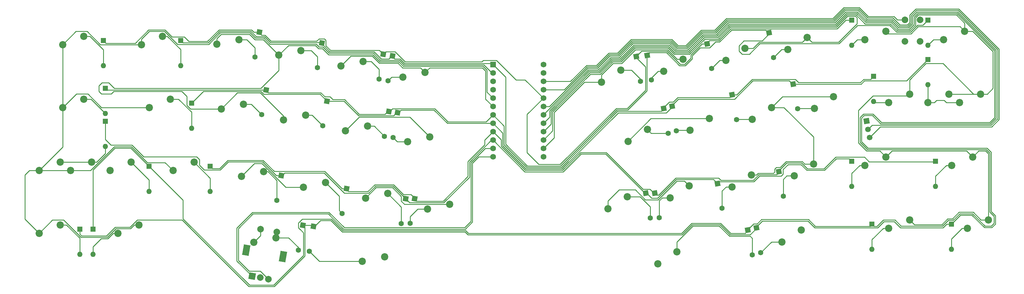
<source format=gbl>
G04 #@! TF.GenerationSoftware,KiCad,Pcbnew,(6.0.7)*
G04 #@! TF.CreationDate,2022-12-13T23:16:33-05:00*
G04 #@! TF.ProjectId,alish40,616c6973-6834-4302-9e6b-696361645f70,rev?*
G04 #@! TF.SameCoordinates,Original*
G04 #@! TF.FileFunction,Copper,L2,Bot*
G04 #@! TF.FilePolarity,Positive*
%FSLAX46Y46*%
G04 Gerber Fmt 4.6, Leading zero omitted, Abs format (unit mm)*
G04 Created by KiCad (PCBNEW (6.0.7)) date 2022-12-13 23:16:33*
%MOMM*%
%LPD*%
G01*
G04 APERTURE LIST*
G04 Aperture macros list*
%AMHorizOval*
0 Thick line with rounded ends*
0 $1 width*
0 $2 $3 position (X,Y) of the first rounded end (center of the circle)*
0 $4 $5 position (X,Y) of the second rounded end (center of the circle)*
0 Add line between two ends*
20,1,$1,$2,$3,$4,$5,0*
0 Add two circle primitives to create the rounded ends*
1,1,$1,$2,$3*
1,1,$1,$4,$5*%
%AMRotRect*
0 Rectangle, with rotation*
0 The origin of the aperture is its center*
0 $1 length*
0 $2 width*
0 $3 Rotation angle, in degrees counterclockwise*
0 Add horizontal line*
21,1,$1,$2,0,0,$3*%
G04 Aperture macros list end*
G04 #@! TA.AperFunction,ComponentPad*
%ADD10C,2.200000*%
G04 #@! TD*
G04 #@! TA.AperFunction,ComponentPad*
%ADD11R,1.752600X1.752600*%
G04 #@! TD*
G04 #@! TA.AperFunction,ComponentPad*
%ADD12C,1.752600*%
G04 #@! TD*
G04 #@! TA.AperFunction,WasherPad*
%ADD13RotRect,3.200000X2.000000X80.000000*%
G04 #@! TD*
G04 #@! TA.AperFunction,ComponentPad*
%ADD14RotRect,2.000000X2.000000X80.000000*%
G04 #@! TD*
G04 #@! TA.AperFunction,ComponentPad*
%ADD15C,2.000000*%
G04 #@! TD*
G04 #@! TA.AperFunction,ComponentPad*
%ADD16RotRect,1.600000X1.600000X260.000000*%
G04 #@! TD*
G04 #@! TA.AperFunction,ComponentPad*
%ADD17HorizOval,1.600000X0.000000X0.000000X0.000000X0.000000X0*%
G04 #@! TD*
G04 #@! TA.AperFunction,ComponentPad*
%ADD18R,1.600000X1.600000*%
G04 #@! TD*
G04 #@! TA.AperFunction,ComponentPad*
%ADD19O,1.600000X1.600000*%
G04 #@! TD*
G04 #@! TA.AperFunction,ComponentPad*
%ADD20RotRect,1.600000X1.600000X280.000000*%
G04 #@! TD*
G04 #@! TA.AperFunction,ComponentPad*
%ADD21HorizOval,1.600000X0.000000X0.000000X0.000000X0.000000X0*%
G04 #@! TD*
G04 #@! TA.AperFunction,ComponentPad*
%ADD22RotRect,1.700000X1.700000X190.000000*%
G04 #@! TD*
G04 #@! TA.AperFunction,ComponentPad*
%ADD23HorizOval,1.700000X0.000000X0.000000X0.000000X0.000000X0*%
G04 #@! TD*
G04 #@! TA.AperFunction,Conductor*
%ADD24C,0.250000*%
G04 #@! TD*
G04 APERTURE END LIST*
D10*
X308208825Y-122876886D03*
X302396362Y-126480964D03*
X289448236Y-126184884D03*
X283635773Y-129788962D03*
X80545231Y-141336596D03*
X74195231Y-143876596D03*
X113882731Y-103236597D03*
X107532731Y-105776597D03*
X192235694Y-114705828D03*
X185541098Y-116104574D03*
X104357731Y-141336595D03*
X98007731Y-143876595D03*
X251927062Y-132800881D03*
X246114599Y-136404959D03*
X135953930Y-104781836D03*
X129259334Y-106180582D03*
X330106250Y-120749998D03*
X323756250Y-123289998D03*
X142026392Y-125196453D03*
X135331796Y-126595199D03*
X154714521Y-108089834D03*
X148019925Y-109488580D03*
X361062501Y-139799999D03*
X354712501Y-142339999D03*
X153332371Y-88502249D03*
X146637775Y-89900995D03*
X111501000Y-84186597D03*
X105151000Y-86726597D03*
X257999358Y-112386292D03*
X252186895Y-115990370D03*
X306282976Y-84528711D03*
X300470513Y-88132789D03*
X337250000Y-101700000D03*
X330900000Y-104240000D03*
X337249999Y-139800000D03*
X330899999Y-142340000D03*
X250001212Y-94452705D03*
X244188749Y-98056783D03*
X198308159Y-135120446D03*
X191613563Y-136519192D03*
X276759945Y-109078295D03*
X270947482Y-112682373D03*
D11*
X211350000Y-92770687D03*
D12*
X211350000Y-95310687D03*
X211350000Y-97850687D03*
X211350000Y-100390687D03*
X211350000Y-102930687D03*
X211350000Y-105470687D03*
X211350000Y-108010687D03*
X211350000Y-110550687D03*
X211350000Y-113090687D03*
X211350000Y-115630687D03*
X211350000Y-118170687D03*
X211350000Y-120710687D03*
X226590000Y-120710687D03*
X226590000Y-118170687D03*
X226590000Y-115630687D03*
X226590000Y-113090687D03*
X226590000Y-110550687D03*
X226590000Y-108010687D03*
X226590000Y-105470687D03*
X226590000Y-102930687D03*
X226590000Y-100390687D03*
X226590000Y-97850687D03*
X226590000Y-95310687D03*
X226590000Y-92770687D03*
D10*
X90070230Y-122286596D03*
X83720230Y-124826596D03*
X190853545Y-95118243D03*
X184158949Y-96516989D03*
X160786987Y-128504451D03*
X154092391Y-129903197D03*
X314281120Y-102462298D03*
X308468657Y-106066376D03*
X270687649Y-129492882D03*
X264875186Y-133096960D03*
X172092957Y-91810242D03*
X165398361Y-93208988D03*
X295520535Y-105770297D03*
X289708072Y-109374375D03*
X134571780Y-85194249D03*
X127877184Y-86592995D03*
X173475103Y-111397831D03*
X166780507Y-112796577D03*
X268761802Y-91144706D03*
X262949339Y-94748784D03*
D13*
X136822118Y-148938909D03*
X147851964Y-150883769D03*
D14*
X138572660Y-156863277D03*
D15*
X143496699Y-157731518D03*
X141034680Y-157297397D03*
X146014598Y-143451805D03*
X141090559Y-142583564D03*
D10*
X287522390Y-87836709D03*
X281709927Y-91440787D03*
X87688981Y-84186597D03*
X81338981Y-86726597D03*
X304481601Y-142877973D03*
X298669138Y-146482051D03*
X178584649Y-150986538D03*
X171890053Y-152385284D03*
X80545231Y-122286596D03*
X74195231Y-124826596D03*
X266960426Y-149493968D03*
X261147963Y-153098046D03*
X101976481Y-122286597D03*
X95626481Y-124826597D03*
X353918751Y-82649999D03*
X347568751Y-85189999D03*
X145753622Y-145197539D03*
X139059026Y-146596285D03*
X349156250Y-101700000D03*
X342806250Y-104240000D03*
X330106252Y-82650002D03*
X323756252Y-85190002D03*
X358681249Y-101700001D03*
X352331249Y-104240001D03*
X179547571Y-131812449D03*
X172852975Y-133211195D03*
X87688981Y-103236597D03*
X81338981Y-105776597D03*
X356300000Y-120750001D03*
X349950000Y-123290001D03*
X121026481Y-122286599D03*
X114676481Y-124826599D03*
D16*
X153870000Y-141470000D03*
D17*
X152546801Y-148974235D03*
D18*
X94240000Y-99970000D03*
D19*
X94240000Y-107590000D03*
D20*
X254630000Y-90300000D03*
D21*
X255953199Y-97804235D03*
D18*
X94200000Y-109900000D03*
D19*
X94200000Y-117520000D03*
D20*
X276068401Y-86437883D03*
D21*
X277391600Y-93942118D03*
D18*
X125910000Y-123556599D03*
D19*
X125910000Y-131176599D03*
D18*
X326400000Y-96300000D03*
D19*
X326400000Y-103920000D03*
D16*
X178221600Y-89617883D03*
D17*
X176898401Y-97122118D03*
D18*
X345120000Y-122020001D03*
D19*
X345120000Y-129640001D03*
D16*
X142781600Y-100417883D03*
D17*
X141458401Y-107922118D03*
D16*
X179871600Y-106987883D03*
D17*
X178548401Y-114492118D03*
D18*
X93580000Y-85456597D03*
D19*
X93580000Y-93076597D03*
D20*
X297768401Y-125157883D03*
D21*
X299091600Y-132662118D03*
D16*
X182481600Y-107347883D03*
D17*
X181158401Y-114852118D03*
D18*
X325900000Y-141070000D03*
D19*
X325900000Y-148690000D03*
D15*
X340380000Y-85730000D03*
X340380000Y-79230000D03*
X335880000Y-85730000D03*
X335880000Y-79230000D03*
D20*
X288375000Y-142900000D03*
D21*
X289698199Y-150404235D03*
D18*
X342800000Y-79280000D03*
D19*
X342800000Y-86900000D03*
D18*
X120270000Y-104430000D03*
D19*
X120270000Y-112050000D03*
D20*
X279218401Y-128787883D03*
D21*
X280541600Y-136292118D03*
D18*
X342790000Y-91230000D03*
D19*
X342790000Y-98850000D03*
D18*
X107410000Y-123556597D03*
D19*
X107410000Y-131176597D03*
D20*
X290950000Y-142225000D03*
D21*
X292273199Y-149729235D03*
D20*
X283640000Y-101900000D03*
D21*
X284963199Y-109404235D03*
D18*
X319800000Y-79260000D03*
D19*
X319800000Y-86880000D03*
D18*
X319780000Y-122019998D03*
D19*
X319780000Y-129639998D03*
D16*
X180971600Y-90117883D03*
D17*
X179648401Y-97622118D03*
D16*
X157141600Y-141787883D03*
D17*
X155818401Y-149292118D03*
D18*
X116950000Y-85456597D03*
D19*
X116950000Y-93076597D03*
D18*
X349910000Y-141069999D03*
D19*
X349910000Y-148689999D03*
D22*
X324260000Y-109880000D03*
D23*
X324701066Y-112381412D03*
X325142133Y-114882823D03*
D20*
X260278401Y-131667883D03*
D21*
X261601600Y-139172118D03*
D20*
X294811448Y-83130483D03*
D21*
X296134647Y-90634718D03*
D16*
X159631600Y-86197883D03*
D17*
X158308401Y-93702118D03*
D20*
X257940000Y-89930000D03*
D21*
X259263199Y-97434235D03*
D16*
X184950000Y-133380000D03*
D17*
X183626801Y-140884235D03*
D16*
X161211600Y-103797883D03*
D17*
X159888401Y-111302118D03*
D20*
X262950000Y-106050000D03*
D21*
X264273199Y-113554235D03*
D18*
X90525000Y-142606595D03*
D19*
X90525000Y-150226595D03*
D16*
X167120000Y-130347883D03*
D17*
X165796801Y-137852118D03*
D18*
X86475000Y-142606596D03*
D19*
X86475000Y-150226596D03*
D16*
X187661600Y-133347883D03*
D17*
X186338401Y-140852118D03*
D20*
X257538401Y-131717883D03*
D21*
X258861600Y-139222118D03*
D20*
X302110000Y-98640000D03*
D21*
X303433199Y-106144235D03*
D20*
X265480000Y-105330000D03*
D21*
X266803199Y-112834235D03*
D16*
X147381600Y-126367883D03*
D17*
X146058401Y-133872118D03*
D16*
X140751600Y-82937883D03*
D17*
X139428401Y-90442118D03*
D24*
X324283803Y-118919520D02*
X328275772Y-118919520D01*
X321820960Y-116456677D02*
X324283803Y-118919520D01*
X328275772Y-118919520D02*
X330106250Y-120749998D01*
X321820960Y-106649040D02*
X321820960Y-116456677D01*
X326240000Y-102230000D02*
X321820960Y-106649040D01*
X336720000Y-102230000D02*
X326240000Y-102230000D01*
X337250000Y-101700000D02*
X336720000Y-102230000D01*
X289698199Y-145368199D02*
X289698199Y-150404235D01*
X289089520Y-144759520D02*
X289698199Y-145368199D01*
X288829520Y-144759520D02*
X289089520Y-144759520D01*
X288829040Y-144760000D02*
X288829520Y-144759520D01*
X279757208Y-141710000D02*
X282807208Y-144760000D01*
X282807208Y-144760000D02*
X288829040Y-144760000D01*
X271756396Y-141710000D02*
X279757208Y-141710000D01*
X266960426Y-146505970D02*
X271756396Y-141710000D01*
X266960426Y-149493968D02*
X266960426Y-146505970D01*
X290950000Y-142430000D02*
X290950000Y-142225000D01*
X282993604Y-144310000D02*
X289070000Y-144310000D01*
X279943604Y-141260000D02*
X282993604Y-144310000D01*
X271570000Y-141260000D02*
X279943604Y-141260000D01*
X289070000Y-144310000D02*
X290950000Y-142430000D01*
X203764282Y-144310000D02*
X268520000Y-144310000D01*
X202942970Y-143488688D02*
X203764282Y-144310000D01*
X268520000Y-144310000D02*
X271570000Y-141260000D01*
X165831534Y-143488688D02*
X202942970Y-143488688D01*
X162362366Y-140019520D02*
X165831534Y-143488688D01*
X159230480Y-140019520D02*
X162362366Y-140019520D01*
X157462117Y-141787883D02*
X159230480Y-140019520D01*
X157141600Y-141787883D02*
X157462117Y-141787883D01*
X117690000Y-133836597D02*
X107410000Y-123556597D01*
X137786198Y-159560480D02*
X117690000Y-139464282D01*
X145053802Y-159560480D02*
X137786198Y-159560480D01*
X154060480Y-150553802D02*
X145053802Y-159560480D01*
X154060480Y-143680480D02*
X154060480Y-150553802D01*
X153101285Y-142721285D02*
X154060480Y-143680480D01*
X153086651Y-142721285D02*
X153101285Y-142721285D01*
X152550000Y-142184634D02*
X153086651Y-142721285D01*
X152550000Y-140755366D02*
X152550000Y-142184634D01*
X153735366Y-139570000D02*
X152550000Y-140755366D01*
X162548563Y-139570000D02*
X153735366Y-139570000D01*
X166017732Y-143039168D02*
X162548563Y-139570000D01*
X117690000Y-139464282D02*
X117690000Y-133836597D01*
X203129168Y-143039168D02*
X166017732Y-143039168D01*
X268329520Y-143860480D02*
X203950480Y-143860480D01*
X271380000Y-140810000D02*
X268329520Y-143860480D01*
X203950480Y-143860480D02*
X203129168Y-143039168D01*
X280130000Y-140810000D02*
X271380000Y-140810000D01*
X283180480Y-143860480D02*
X280130000Y-140810000D01*
X287569520Y-143860480D02*
X283180480Y-143860480D01*
X288375000Y-143055000D02*
X287569520Y-143860480D01*
X288375000Y-142900000D02*
X288375000Y-143055000D01*
X71243404Y-124826596D02*
X74195231Y-124826596D01*
X69870000Y-126200000D02*
X71243404Y-124826596D01*
X74195231Y-143876596D02*
X69870000Y-139551365D01*
X69870000Y-139551365D02*
X69870000Y-126200000D01*
X93580000Y-88220000D02*
X93580000Y-93076597D01*
X89546597Y-84186597D02*
X93580000Y-88220000D01*
X87688981Y-84186597D02*
X89546597Y-84186597D01*
X111501000Y-84186597D02*
X112956597Y-84186597D01*
X116950000Y-88180000D02*
X116950000Y-93076597D01*
X112956597Y-84186597D02*
X116950000Y-88180000D01*
X276068401Y-86437883D02*
X274587835Y-86437883D01*
X269280000Y-92650000D02*
X267914282Y-92650000D01*
X112286198Y-82230480D02*
X107289520Y-82230480D01*
X160882885Y-85414534D02*
X160882885Y-87047167D01*
X279637161Y-85457120D02*
X283215083Y-81879198D01*
X158800000Y-84930000D02*
X160398351Y-84930000D01*
X221670000Y-107850687D02*
X221670000Y-119440000D01*
X254630000Y-90590000D02*
X254630000Y-90300000D01*
X271145000Y-89880718D02*
X271145000Y-90785000D01*
X207988080Y-91931920D02*
X184820271Y-91931920D01*
X128587125Y-82211440D02*
X125067605Y-85730960D01*
X140751600Y-82937883D02*
X139103601Y-82937883D01*
X256251285Y-88678715D02*
X254630000Y-90300000D01*
X221670000Y-119440000D02*
X225220000Y-122990000D01*
X160398351Y-84930000D02*
X160882885Y-85414534D01*
X94400480Y-86277077D02*
X93580000Y-85456597D01*
X144285374Y-85641440D02*
X158088560Y-85641440D01*
X138377159Y-82211440D02*
X128587125Y-82211440D01*
X218360935Y-97380000D02*
X212440935Y-91460000D01*
X162247638Y-88411920D02*
X177015637Y-88411920D01*
X257450480Y-93410480D02*
X254630000Y-90590000D01*
X276802880Y-85457120D02*
X279637161Y-85457120D01*
X276068401Y-86191599D02*
X276802880Y-85457120D01*
X318005718Y-79260000D02*
X319800000Y-79260000D01*
X103242923Y-86277077D02*
X94400480Y-86277077D01*
X142484414Y-83840480D02*
X144285374Y-85641440D01*
X107289520Y-82230480D02*
X103242923Y-86277077D01*
X226590000Y-102930687D02*
X221039313Y-97380000D01*
X276068401Y-86437883D02*
X276068401Y-86191599D01*
X315386520Y-81879198D02*
X318005718Y-79260000D01*
X158088560Y-85641440D02*
X158800000Y-84930000D01*
X181754949Y-88866598D02*
X178972885Y-88866598D01*
X140751600Y-82937883D02*
X140751600Y-83101600D01*
X271145000Y-90785000D02*
X269280000Y-92650000D01*
X283215083Y-81879198D02*
X315386520Y-81879198D01*
X251942842Y-106001440D02*
X257450480Y-100493802D01*
X178972885Y-88866598D02*
X178221600Y-89617883D01*
X263942997Y-88678715D02*
X256251285Y-88678715D01*
X274587835Y-86437883D02*
X271145000Y-89880718D01*
X208460000Y-91460000D02*
X207988080Y-91931920D01*
X160882885Y-87047167D02*
X162247638Y-88411920D01*
X118074511Y-84332086D02*
X114387804Y-84332086D01*
X248635714Y-106001440D02*
X251942842Y-106001440D01*
X140751600Y-83101600D02*
X141490480Y-83840480D01*
X119473385Y-85730960D02*
X118074511Y-84332086D01*
X139103601Y-82937883D02*
X138377159Y-82211440D01*
X257450480Y-100493802D02*
X257450480Y-93410480D01*
X226590000Y-102930687D02*
X221670000Y-107850687D01*
X141490480Y-83840480D02*
X142484414Y-83840480D01*
X212440935Y-91460000D02*
X208460000Y-91460000D01*
X231647153Y-122990000D02*
X248635714Y-106001440D01*
X184820271Y-91931920D02*
X181754949Y-88866598D01*
X225220000Y-122990000D02*
X231647153Y-122990000D01*
X267914282Y-92650000D02*
X263942997Y-88678715D01*
X221039313Y-97380000D02*
X218360935Y-97380000D01*
X114387804Y-84332086D02*
X112286198Y-82230480D01*
X125067605Y-85730960D02*
X119473385Y-85730960D01*
X177015637Y-88411920D02*
X178221600Y-89617883D01*
X116950000Y-85456597D02*
X117673883Y-86180480D01*
X285690000Y-88660000D02*
X285690000Y-87040000D01*
X273972268Y-87689168D02*
X271594520Y-90066916D01*
X181660480Y-91010480D02*
X183263114Y-91010480D01*
X257900000Y-89970000D02*
X257900000Y-100680000D01*
X258741765Y-89128235D02*
X257940000Y-89930000D01*
X271594520Y-90971197D02*
X269466198Y-93099520D01*
X292739040Y-85520960D02*
X294811448Y-83448552D01*
X294811448Y-83130483D02*
X294593047Y-83130483D01*
X263756799Y-89128235D02*
X258741765Y-89128235D01*
X128773323Y-82660960D02*
X138190961Y-82660960D01*
X287209040Y-85520960D02*
X292739040Y-85520960D01*
X337510987Y-82957600D02*
X333383007Y-82957600D01*
X183263114Y-91010480D02*
X184634074Y-92381440D01*
X159524677Y-86090960D02*
X159631600Y-86197883D01*
X159631600Y-86197883D02*
X159631600Y-86431600D01*
X321530000Y-80880000D02*
X315990000Y-86420000D01*
X292020000Y-86420000D02*
X288840000Y-89600000D01*
X278634278Y-85906640D02*
X276851750Y-87689168D01*
X221701705Y-123439520D02*
X215159040Y-116896855D01*
X288840000Y-89600000D02*
X286630000Y-89600000D01*
X279823358Y-85906640D02*
X278634278Y-85906640D01*
X215159040Y-96579727D02*
X211350000Y-92770687D01*
X117673883Y-86180480D02*
X125253802Y-86180480D01*
X257900000Y-100680000D02*
X252129040Y-106450960D01*
X184634074Y-92381440D02*
X210960753Y-92381440D01*
X331305407Y-80880000D02*
X321530000Y-80880000D01*
X342800000Y-79280000D02*
X341270000Y-80810000D01*
X294593047Y-83130483D02*
X293791282Y-82328718D01*
X294811448Y-83448552D02*
X294811448Y-83130483D01*
X293791282Y-82328718D02*
X283401280Y-82328718D01*
X231833351Y-123439520D02*
X221701705Y-123439520D01*
X248821911Y-106450960D02*
X231833351Y-123439520D01*
X271594520Y-90066916D02*
X271594520Y-90971197D01*
X125253802Y-86180480D02*
X128773323Y-82660960D01*
X333383007Y-82957600D02*
X331305407Y-80880000D01*
X175421440Y-88861440D02*
X177570480Y-91010480D01*
X144099176Y-86090960D02*
X159524677Y-86090960D01*
X210960753Y-92381440D02*
X211350000Y-92770687D01*
X162061440Y-88861440D02*
X175421440Y-88861440D01*
X257940000Y-89930000D02*
X257900000Y-89970000D01*
X180812117Y-90117883D02*
X180971600Y-90117883D01*
X285690000Y-87040000D02*
X287209040Y-85520960D01*
X286630000Y-89600000D02*
X285690000Y-88660000D01*
X159631600Y-86431600D02*
X162061440Y-88861440D01*
X180971600Y-90117883D02*
X180971600Y-90321600D01*
X276851750Y-87689168D02*
X273972268Y-87689168D01*
X267728084Y-93099520D02*
X263756799Y-89128235D01*
X180971600Y-90321600D02*
X181660480Y-91010480D01*
X179919520Y-91010480D02*
X180812117Y-90117883D01*
X142298216Y-84290000D02*
X144099176Y-86090960D01*
X283401280Y-82328718D02*
X279823358Y-85906640D01*
X177570480Y-91010480D02*
X179919520Y-91010480D01*
X215159040Y-116896855D02*
X215159040Y-96579727D01*
X315990000Y-86420000D02*
X292020000Y-86420000D01*
X139820001Y-84290000D02*
X142298216Y-84290000D01*
X269466198Y-93099520D02*
X267728084Y-93099520D01*
X138190961Y-82660960D02*
X139820001Y-84290000D01*
X341270000Y-80810000D02*
X339658587Y-80810000D01*
X252129040Y-106450960D02*
X248821911Y-106450960D01*
X339658587Y-80810000D02*
X337510987Y-82957600D01*
X283640000Y-102100000D02*
X282970000Y-102770000D01*
X143480480Y-101290480D02*
X142781600Y-100591600D01*
X302724634Y-97220000D02*
X289718238Y-97220000D01*
X170956198Y-107790480D02*
X166514081Y-103348363D01*
X221515507Y-123889040D02*
X214709520Y-117083053D01*
X162928363Y-103348363D02*
X162090000Y-102510000D01*
X326400000Y-96311686D02*
X325491686Y-97220000D01*
X142781600Y-100417883D02*
X94687883Y-100417883D01*
X181033402Y-106096598D02*
X193742316Y-106096598D01*
X162090000Y-102510000D02*
X160559435Y-102510000D01*
X282970000Y-102770000D02*
X267174282Y-102770000D01*
X323394282Y-97220000D02*
X322423802Y-98190480D01*
X94687883Y-100417883D02*
X94240000Y-99970000D01*
X179871600Y-106987883D02*
X180142117Y-106987883D01*
X193742316Y-106096598D02*
X197746885Y-110101167D01*
X214709520Y-117083053D02*
X214709520Y-111370207D01*
X325491686Y-97220000D02*
X323394282Y-97220000D01*
X249008109Y-106900480D02*
X232019548Y-123889040D01*
X262950000Y-106190000D02*
X262239520Y-106900480D01*
X142781600Y-100591600D02*
X142781600Y-100417883D01*
X214709520Y-111370207D02*
X211350000Y-108010687D01*
X326400000Y-96300000D02*
X326400000Y-96311686D01*
X262239520Y-106900480D02*
X249008109Y-106900480D01*
X303695114Y-98190480D02*
X302724634Y-97220000D01*
X262950000Y-106050000D02*
X262950000Y-106190000D01*
X322423802Y-98190480D02*
X303695114Y-98190480D01*
X289718238Y-97220000D02*
X285038238Y-101900000D01*
X197746885Y-110101167D02*
X209259520Y-110101167D01*
X262950000Y-105770000D02*
X262950000Y-106050000D01*
X160559435Y-102510000D02*
X159339915Y-101290480D01*
X166514081Y-103348363D02*
X162928363Y-103348363D01*
X265865567Y-104078715D02*
X264641285Y-104078715D01*
X232019548Y-123889040D02*
X221515507Y-123889040D01*
X267174282Y-102770000D02*
X265865567Y-104078715D01*
X179553077Y-106987883D02*
X178750480Y-107790480D01*
X178750480Y-107790480D02*
X170956198Y-107790480D01*
X285038238Y-101900000D02*
X283640000Y-101900000D01*
X283640000Y-101900000D02*
X283640000Y-102100000D01*
X209259520Y-110101167D02*
X211350000Y-108010687D01*
X180142117Y-106987883D02*
X181033402Y-106096598D01*
X159339915Y-101290480D02*
X143480480Y-101290480D01*
X179871600Y-106987883D02*
X179553077Y-106987883D01*
X264641285Y-104078715D02*
X262950000Y-105770000D01*
X322610000Y-98640000D02*
X302110000Y-98640000D01*
X284355114Y-103219520D02*
X267360480Y-103219520D01*
X166327883Y-103797883D02*
X170770000Y-108240000D01*
X182782117Y-107347883D02*
X183583882Y-106546118D01*
X141196486Y-100867403D02*
X142069083Y-101740000D01*
X181350000Y-108240000D02*
X182242117Y-107347883D01*
X249194307Y-107350000D02*
X232205747Y-124338560D01*
X336350480Y-97669520D02*
X323580480Y-97669520D01*
X342790000Y-91230000D02*
X336350480Y-97669520D01*
X142069083Y-101740000D02*
X159153717Y-101740000D01*
X267360480Y-103219520D02*
X265480000Y-105100000D01*
X159153717Y-101740000D02*
X161211600Y-103797883D01*
X302110000Y-98640000D02*
X301860000Y-98640000D01*
X232205747Y-124338560D02*
X221329309Y-124338560D01*
X265480000Y-105590000D02*
X263720000Y-107350000D01*
X182242117Y-107347883D02*
X182481600Y-107347883D01*
X265480000Y-105330000D02*
X265480000Y-105590000D01*
X265480000Y-105100000D02*
X265480000Y-105330000D01*
X214260000Y-113460687D02*
X211350000Y-110550687D01*
X301860000Y-98640000D02*
X300889520Y-97669520D01*
X182481600Y-107347883D02*
X182782117Y-107347883D01*
X197560687Y-110550687D02*
X211350000Y-110550687D01*
X214260000Y-117269251D02*
X214260000Y-113460687D01*
X183583882Y-106546118D02*
X193556118Y-106546118D01*
X263720000Y-107350000D02*
X249194307Y-107350000D01*
X193556118Y-106546118D02*
X197560687Y-110550687D01*
X300889520Y-97669520D02*
X289905114Y-97669520D01*
X221329309Y-124338560D02*
X214260000Y-117269251D01*
X123832597Y-100867403D02*
X141196486Y-100867403D01*
X323580480Y-97669520D02*
X322610000Y-98640000D01*
X289905114Y-97669520D02*
X284355114Y-103219520D01*
X120270000Y-104430000D02*
X123832597Y-100867403D01*
X170770000Y-108240000D02*
X181350000Y-108240000D01*
X161211600Y-103797883D02*
X166327883Y-103797883D01*
X311580478Y-124769520D02*
X315089998Y-121260000D01*
X278000038Y-127569520D02*
X266779044Y-127569520D01*
X291866198Y-126559520D02*
X298401398Y-126559520D01*
X175837973Y-129590480D02*
X173768452Y-131660000D01*
X196470832Y-134599168D02*
X204240480Y-126829520D01*
X181160480Y-129590480D02*
X175837973Y-129590480D01*
X261108084Y-133240480D02*
X259320480Y-133240480D01*
X95930000Y-117150000D02*
X94200000Y-115420000D01*
X184950000Y-133380000D02*
X186169168Y-134599168D01*
X160296118Y-125566118D02*
X148396118Y-125566118D01*
X211350000Y-115630687D02*
X220956913Y-125237600D01*
X315089998Y-121260000D02*
X319020002Y-121260000D01*
X279218401Y-128787883D02*
X278000038Y-127569520D01*
X184950000Y-133380000D02*
X181160480Y-129590480D01*
X237975741Y-119840000D02*
X245410000Y-119840000D01*
X105814838Y-120690000D02*
X102274838Y-117150000D01*
X257287883Y-131717883D02*
X257538401Y-131717883D01*
X131373520Y-122226480D02*
X128910000Y-124690000D01*
X259320480Y-133240480D02*
X257797883Y-131717883D01*
X279218401Y-128787883D02*
X279786764Y-128219520D01*
X148396118Y-125566118D02*
X147594353Y-126367883D01*
X319020002Y-121260000D02*
X319780000Y-122019998D01*
X257797883Y-131717883D02*
X257538401Y-131717883D01*
X279786764Y-128219520D02*
X290206198Y-128219520D01*
X124065600Y-124690000D02*
X122630000Y-123254400D01*
X210887877Y-115630687D02*
X211350000Y-115630687D01*
X299060000Y-124502002D02*
X300523922Y-123038080D01*
X122630000Y-121500000D02*
X121820000Y-120690000D01*
X232578141Y-125237600D02*
X237975741Y-119840000D01*
X204240480Y-126829520D02*
X204240480Y-122278084D01*
X141712198Y-122226480D02*
X131373520Y-122226480D01*
X220956913Y-125237600D02*
X232578141Y-125237600D01*
X204240480Y-122278084D02*
X210887877Y-115630687D01*
X121820000Y-120690000D02*
X105814838Y-120690000D01*
X166390000Y-131660000D02*
X160296118Y-125566118D01*
X94200000Y-115420000D02*
X94200000Y-109900000D01*
X147594353Y-126367883D02*
X147381600Y-126367883D01*
X266779044Y-127569520D02*
X261108084Y-133240480D01*
X306179741Y-124769520D02*
X311580478Y-124769520D01*
X147381600Y-126367883D02*
X145853601Y-126367883D01*
X122630000Y-123254400D02*
X122630000Y-121500000D01*
X186169168Y-134599168D02*
X196470832Y-134599168D01*
X300523922Y-123038080D02*
X304448301Y-123038080D01*
X298401398Y-126559520D02*
X299060000Y-125900918D01*
X290206198Y-128219520D02*
X291866198Y-126559520D01*
X173768452Y-131660000D02*
X166390000Y-131660000D01*
X102274838Y-117150000D02*
X95930000Y-117150000D01*
X245410000Y-119840000D02*
X257287883Y-131717883D01*
X304448301Y-123038080D02*
X306179741Y-124769520D01*
X128910000Y-124690000D02*
X124065600Y-124690000D01*
X299060000Y-125900918D02*
X299060000Y-124502002D01*
X145853601Y-126367883D02*
X141712198Y-122226480D01*
X128723802Y-124240480D02*
X126593881Y-124240480D01*
X345120000Y-122020001D02*
X344965492Y-122174509D01*
X145238034Y-125116598D02*
X141898395Y-121776960D01*
X232391944Y-124788080D02*
X221143111Y-124788080D01*
X258776598Y-130466598D02*
X256672316Y-130466598D01*
X167120000Y-130347883D02*
X167120000Y-130600000D01*
X237789544Y-119390480D02*
X232391944Y-124788080D01*
X186608715Y-132128715D02*
X187661600Y-133181600D01*
X126593881Y-124240480D02*
X125910000Y-123556599D01*
X280235152Y-127770000D02*
X279585152Y-127120000D01*
X260870518Y-132260000D02*
X260278401Y-131667883D01*
X323630480Y-120810480D02*
X314903801Y-120810480D01*
X131187323Y-121776960D02*
X128723802Y-124240480D01*
X261452846Y-132260000D02*
X260870518Y-132260000D01*
X245596198Y-119390480D02*
X237789544Y-119390480D01*
X300101440Y-122588560D02*
X297768401Y-124921599D01*
X324994509Y-122174509D02*
X323630480Y-120810480D01*
X297060000Y-126110000D02*
X291680000Y-126110000D01*
X344965492Y-122174509D02*
X324994509Y-122174509D01*
X167120000Y-130600000D02*
X167730480Y-131210480D01*
X314903801Y-120810480D02*
X311394281Y-124320000D01*
X213810480Y-115551167D02*
X211350000Y-113090687D01*
X297768401Y-125401599D02*
X297060000Y-126110000D01*
X266592846Y-127120000D02*
X261452846Y-132260000D01*
X160482316Y-125116598D02*
X145238034Y-125116598D01*
X208870000Y-117012846D02*
X208870000Y-115570687D01*
X297768401Y-125157883D02*
X297768401Y-125401599D01*
X279585152Y-127120000D02*
X266592846Y-127120000D01*
X304634499Y-122588560D02*
X300101440Y-122588560D01*
X291680000Y-126110000D02*
X290020000Y-127770000D01*
X213810480Y-117455448D02*
X213810480Y-115551167D01*
X167120000Y-130347883D02*
X165713601Y-130347883D01*
X221143111Y-124788080D02*
X213810480Y-117455448D01*
X196284634Y-134149648D02*
X203790960Y-126643322D01*
X203790960Y-126643322D02*
X203790960Y-122091886D01*
X306365939Y-124320000D02*
X304634499Y-122588560D01*
X187661600Y-133347883D02*
X187661600Y-133611600D01*
X181346678Y-129140960D02*
X184334433Y-132128715D01*
X259977883Y-131667883D02*
X258776598Y-130466598D01*
X187661600Y-133611600D02*
X188199648Y-134149648D01*
X260278401Y-131667883D02*
X259977883Y-131667883D01*
X203790960Y-122091886D02*
X208870000Y-117012846D01*
X187661600Y-133181600D02*
X187661600Y-133347883D01*
X141898395Y-121776960D02*
X131187323Y-121776960D01*
X175651776Y-129140960D02*
X181346678Y-129140960D01*
X256672316Y-130466598D02*
X252493323Y-126287606D01*
X297768401Y-124921599D02*
X297768401Y-125157883D01*
X188199648Y-134149648D02*
X196284634Y-134149648D01*
X252493323Y-126287606D02*
X245596198Y-119390480D01*
X311394281Y-124320000D02*
X306365939Y-124320000D01*
X184334433Y-132128715D02*
X186608715Y-132128715D01*
X290020000Y-127770000D02*
X280235152Y-127770000D01*
X165713601Y-130347883D02*
X160482316Y-125116598D01*
X173582254Y-131210480D02*
X175651776Y-129140960D01*
X167730480Y-131210480D02*
X173582254Y-131210480D01*
X208870000Y-115570687D02*
X211350000Y-113090687D01*
X282656492Y-80530638D02*
X314827926Y-80530638D01*
X90525000Y-142606595D02*
X90525000Y-124655000D01*
X266558111Y-88750960D02*
X270367604Y-88750960D01*
X338605969Y-78348314D02*
X339717834Y-77236449D01*
X275010005Y-84108560D02*
X279078568Y-84108560D01*
X361512021Y-137487739D02*
X362760480Y-138736198D01*
X324470000Y-118470000D02*
X360440000Y-118470000D01*
X290166651Y-140973715D02*
X288375000Y-142765366D01*
X226590000Y-110550687D02*
X228480000Y-108660686D01*
X325900000Y-141280000D02*
X325435009Y-141744991D01*
X101903403Y-118050000D02*
X107410000Y-123556597D01*
X247101408Y-91041440D02*
X249704278Y-91041440D01*
X351576448Y-77236449D02*
X362925000Y-88585001D01*
X339717834Y-77236449D02*
X351576448Y-77236449D01*
X228480000Y-106672850D02*
X240376835Y-94776014D01*
X362925000Y-88585001D02*
X362925000Y-108827846D01*
X322270480Y-108783802D02*
X322270480Y-116270479D01*
X361943802Y-141690480D02*
X360050480Y-141690480D01*
X361512021Y-119542022D02*
X361512021Y-137487739D01*
X337138593Y-82058560D02*
X338605969Y-80591185D01*
X325900000Y-141070000D02*
X325900000Y-141280000D01*
X327409291Y-141744991D02*
X326574991Y-141744991D01*
X306736197Y-139690480D02*
X292533802Y-139690480D01*
X264687786Y-86880635D02*
X266558111Y-88750960D01*
X362760480Y-138736198D02*
X362760480Y-140873802D01*
X334706198Y-141710480D02*
X332856197Y-139860480D01*
X321312167Y-77236449D02*
X324054278Y-79978560D01*
X318122117Y-77236449D02*
X321312167Y-77236449D01*
X249704278Y-91041440D02*
X253865084Y-86880635D01*
X331675402Y-79978560D02*
X333755402Y-82058560D01*
X279078568Y-84108560D02*
X282656492Y-80530638D01*
X333755402Y-82058560D02*
X337138593Y-82058560D01*
X253865084Y-86880635D02*
X264687786Y-86880635D01*
X347179519Y-141710480D02*
X334706198Y-141710480D01*
X270367604Y-88750960D02*
X275010005Y-84108560D01*
X350398793Y-139945488D02*
X348944511Y-139945488D01*
X328696678Y-110240960D02*
X326186198Y-107730480D01*
X356289520Y-137929520D02*
X352414761Y-137929520D01*
X362925000Y-108827846D02*
X361511886Y-110240960D01*
X362760480Y-140873802D02*
X361943802Y-141690480D01*
X291250567Y-140973715D02*
X290166651Y-140973715D01*
X332856197Y-139860480D02*
X329293802Y-139860480D01*
X314827926Y-80530638D02*
X318122117Y-77236449D01*
X308790709Y-141744991D02*
X306736197Y-139690480D01*
X324054278Y-79978560D02*
X331675402Y-79978560D01*
X348944511Y-139945488D02*
X347179519Y-141710480D01*
X338605969Y-80591185D02*
X338605969Y-78348314D01*
X240376835Y-94776014D02*
X243366833Y-94776014D01*
X322270480Y-116270479D02*
X324470000Y-118470000D01*
X326574991Y-141744991D02*
X325900000Y-141070000D01*
X292533802Y-139690480D02*
X291250567Y-140973715D01*
X325435009Y-141744991D02*
X308790709Y-141744991D01*
X360050480Y-141690480D02*
X356289520Y-137929520D01*
X361511886Y-110240960D02*
X328696678Y-110240960D01*
X97130000Y-118050000D02*
X101903403Y-118050000D01*
X360440000Y-118470000D02*
X361512021Y-119542022D01*
X323323802Y-107730480D02*
X322270480Y-108783802D01*
X243366833Y-94776014D02*
X247101408Y-91041440D01*
X326186198Y-107730480D02*
X323323802Y-107730480D01*
X329293802Y-139860480D02*
X327409291Y-141744991D01*
X352414761Y-137929520D02*
X350398793Y-139945488D01*
X90525000Y-124655000D02*
X97130000Y-118050000D01*
X228480000Y-108660686D02*
X228480000Y-106672850D01*
X288375000Y-142765366D02*
X288375000Y-142900000D01*
X363400000Y-108988564D02*
X363400000Y-88424283D01*
X253678887Y-86431115D02*
X249518080Y-90591920D01*
X274823806Y-83659040D02*
X270181406Y-88301440D01*
X270181406Y-88301440D02*
X266744310Y-88301440D01*
X317935919Y-76786929D02*
X314641728Y-80081118D01*
X153870000Y-141470000D02*
X156823717Y-141470000D01*
X292720000Y-140140000D02*
X290950000Y-141910000D01*
X282470291Y-80081118D02*
X278892369Y-83659040D01*
X101659520Y-141990480D02*
X97213802Y-141990480D01*
X226590000Y-107927132D02*
X226590000Y-108010687D01*
X278892369Y-83659040D02*
X274823806Y-83659040D01*
X361961541Y-119355824D02*
X360626197Y-118020480D01*
X332670000Y-140310000D02*
X329480000Y-140310000D01*
X249518080Y-90591920D02*
X246915211Y-90591920D01*
X334520000Y-142160000D02*
X332670000Y-140310000D01*
X356103322Y-138379040D02*
X359864282Y-142140000D01*
X349910000Y-141069999D02*
X348455718Y-141069999D01*
X360626197Y-118020480D02*
X324656198Y-118020480D01*
X308604511Y-142194511D02*
X306550000Y-140140000D01*
X321498365Y-76786929D02*
X317935919Y-76786929D01*
X339531636Y-76786929D02*
X338156449Y-78162116D01*
X348455718Y-141069999D02*
X347365717Y-142160000D01*
X103840000Y-139810000D02*
X101659520Y-141990480D01*
X290950000Y-141910000D02*
X290950000Y-142225000D01*
X361698084Y-110690480D02*
X363400000Y-108988564D01*
X331861600Y-79529040D02*
X324240476Y-79529040D01*
X314641728Y-80081118D02*
X282470291Y-80081118D01*
X266744310Y-88301440D02*
X264873985Y-86431115D01*
X306550000Y-140140000D02*
X292720000Y-140140000D01*
X86475000Y-144063564D02*
X86475000Y-142606596D01*
X94583802Y-144620480D02*
X87031916Y-144620480D01*
X333941600Y-81609040D02*
X331861600Y-79529040D01*
X347365717Y-142160000D02*
X334520000Y-142160000D01*
X329480000Y-140310000D02*
X327595489Y-142194511D01*
X324240476Y-79529040D02*
X321498365Y-76786929D01*
X145240000Y-160010000D02*
X137600000Y-160010000D01*
X361961541Y-137301541D02*
X361961541Y-119355824D01*
X323510000Y-108180000D02*
X326000000Y-108180000D01*
X322720000Y-108970000D02*
X323510000Y-108180000D01*
X327595489Y-142194511D02*
X308604511Y-142194511D01*
X352600959Y-138379040D02*
X356103322Y-138379040D01*
X264873985Y-86431115D02*
X253678887Y-86431115D01*
X87031916Y-144620480D02*
X86475000Y-144063564D01*
X97213802Y-141990480D02*
X94583802Y-144620480D01*
X153870000Y-141470000D02*
X154510000Y-142110000D01*
X363400000Y-88424283D02*
X351762646Y-76786929D01*
X154510000Y-142110000D02*
X154510000Y-150740000D01*
X117400000Y-139810000D02*
X103840000Y-139810000D01*
X243180635Y-94326494D02*
X240190639Y-94326494D01*
X240190639Y-94326494D02*
X226590000Y-107927132D01*
X362130000Y-142140000D02*
X363210000Y-141060000D01*
X359864282Y-142140000D02*
X362130000Y-142140000D01*
X156823717Y-141470000D02*
X157141600Y-141787883D01*
X137600000Y-160010000D02*
X117400000Y-139810000D01*
X326000000Y-108180000D02*
X328510480Y-110690480D01*
X336952395Y-81609040D02*
X333941600Y-81609040D01*
X351762646Y-76786929D02*
X339531636Y-76786929D01*
X349910000Y-141069999D02*
X352600959Y-138379040D01*
X363210000Y-138550000D02*
X361961541Y-137301541D01*
X154510000Y-150740000D02*
X145240000Y-160010000D01*
X338156449Y-78162116D02*
X338156449Y-80404987D01*
X246915211Y-90591920D02*
X243180635Y-94326494D01*
X338156449Y-80404987D02*
X336952395Y-81609040D01*
X322720000Y-116084282D02*
X322720000Y-108970000D01*
X363210000Y-141060000D02*
X363210000Y-138550000D01*
X324656198Y-118020480D02*
X322720000Y-116084282D01*
X328510480Y-110690480D02*
X361698084Y-110690480D01*
X134122993Y-101316923D02*
X141010288Y-101316923D01*
X184261679Y-93280480D02*
X208373326Y-93280480D01*
X159827252Y-87898688D02*
X161689045Y-89760480D01*
X148019925Y-108326560D02*
X148019925Y-109488580D01*
X177198085Y-91909520D02*
X182890718Y-91909520D01*
X139250995Y-122676000D02*
X141526000Y-122676000D01*
X119910582Y-106180582D02*
X118865000Y-105135000D01*
X157753366Y-86990000D02*
X158662055Y-87898688D01*
X129259334Y-106180582D02*
X134122993Y-101316923D01*
X146637775Y-89900995D02*
X141925820Y-85189040D01*
X96928363Y-99968363D02*
X141171637Y-99968363D01*
X175049045Y-89760480D02*
X177198085Y-91909520D01*
X117357403Y-100867403D02*
X96772597Y-100867403D01*
X92260000Y-100880000D02*
X92260000Y-99190000D01*
X209560000Y-101140687D02*
X211350000Y-102930687D01*
X149548770Y-86990000D02*
X157753366Y-86990000D01*
X148753197Y-129903197D02*
X154092391Y-129903197D01*
X209560000Y-94467154D02*
X209560000Y-101140687D01*
X141010288Y-101316923D02*
X148019925Y-108326560D01*
X96030000Y-101610000D02*
X92990000Y-101610000D01*
X118865000Y-102375000D02*
X117357403Y-100867403D01*
X146637775Y-89900995D02*
X149548770Y-86990000D01*
X182890718Y-91909520D02*
X184261679Y-93280480D01*
X137818566Y-83560000D02*
X129145718Y-83560000D01*
X141171637Y-99968363D02*
X146637775Y-94502225D01*
X146637775Y-94502225D02*
X146637775Y-89900995D01*
X141090559Y-144564752D02*
X139059026Y-146596285D01*
X93220000Y-98230000D02*
X95190000Y-98230000D01*
X158662055Y-87898688D02*
X159827252Y-87898688D01*
X141090559Y-142583564D02*
X141090559Y-144564752D01*
X129145718Y-83560000D02*
X127877184Y-84828534D01*
X127877184Y-84828534D02*
X127877184Y-86592995D01*
X92260000Y-99190000D02*
X93220000Y-98230000D01*
X96772597Y-100867403D02*
X96030000Y-101610000D01*
X118865000Y-105135000D02*
X118865000Y-102375000D01*
X141925820Y-85189040D02*
X139447606Y-85189040D01*
X141526000Y-122676000D02*
X148753197Y-129903197D01*
X139447606Y-85189040D02*
X137818566Y-83560000D01*
X208373326Y-93280480D02*
X209560000Y-94467154D01*
X95190000Y-98230000D02*
X96928363Y-99968363D01*
X135331796Y-126595199D02*
X139250995Y-122676000D01*
X161689045Y-89760480D02*
X175049045Y-89760480D01*
X129259334Y-106180582D02*
X119910582Y-106180582D01*
X92990000Y-101610000D02*
X92260000Y-100880000D01*
X207079313Y-120710687D02*
X211350000Y-120710687D01*
X166203930Y-142589648D02*
X202986070Y-142589648D01*
X134410000Y-152064899D02*
X134410000Y-142420000D01*
X202986070Y-142589648D02*
X205139520Y-140436198D01*
X161583802Y-137969520D02*
X166203930Y-142589648D01*
X138860480Y-137969520D02*
X161583802Y-137969520D01*
X134410000Y-142420000D02*
X138860480Y-137969520D01*
X137645101Y-155300000D02*
X134410000Y-152064899D01*
X141065181Y-155300000D02*
X137645101Y-155300000D01*
X205139520Y-140436198D02*
X205139520Y-122650480D01*
X205139520Y-122650480D02*
X207079313Y-120710687D01*
X143496699Y-157731518D02*
X141065181Y-155300000D01*
X208983595Y-118170687D02*
X211350000Y-118170687D01*
X133960480Y-142233802D02*
X138674283Y-137520000D01*
X161770000Y-137520000D02*
X166390128Y-142140128D01*
X166390128Y-142140128D02*
X202799872Y-142140128D01*
X133960480Y-152251096D02*
X133960480Y-142233802D01*
X204690000Y-122464282D02*
X208983595Y-118170687D01*
X202799872Y-142140128D02*
X204690000Y-140250000D01*
X138572660Y-156863277D02*
X133960480Y-152251096D01*
X204690000Y-140250000D02*
X204690000Y-122464282D01*
X138674283Y-137520000D02*
X161770000Y-137520000D01*
X336766198Y-81159520D02*
X334127797Y-81159520D01*
X332047797Y-79079520D02*
X324426673Y-79079520D01*
X266930507Y-87851920D02*
X265060182Y-85981595D01*
X249331882Y-90142400D02*
X246729013Y-90142400D01*
X337706929Y-77975918D02*
X337706929Y-80218789D01*
X246729013Y-90142400D02*
X242994437Y-93876974D01*
X321684562Y-76337409D02*
X317749721Y-76337410D01*
X253492689Y-85981595D02*
X249331882Y-90142400D01*
X351948843Y-76337409D02*
X339345438Y-76337409D01*
X269995208Y-87851920D02*
X266930507Y-87851920D01*
X282284094Y-79631598D02*
X278706172Y-83209520D01*
X317749721Y-76337410D02*
X314455530Y-79631598D01*
X314455530Y-79631598D02*
X282284094Y-79631598D01*
X278706172Y-83209520D02*
X274637608Y-83209520D01*
X363875000Y-88263566D02*
X351948843Y-76337409D01*
X325942478Y-111140000D02*
X361884282Y-111140000D01*
X324426673Y-79079520D02*
X321684562Y-76337409D01*
X334127797Y-81159520D02*
X332047797Y-79079520D01*
X228410728Y-105470687D02*
X226590000Y-105470687D01*
X361884282Y-111140000D02*
X363875000Y-109149282D01*
X265060182Y-85981595D02*
X253492689Y-85981595D01*
X337706929Y-80218789D02*
X336766198Y-81159520D01*
X324701066Y-112381412D02*
X325942478Y-111140000D01*
X242994437Y-93876974D02*
X240004441Y-93876974D01*
X339345438Y-76337409D02*
X337706929Y-77975918D01*
X240004441Y-93876974D02*
X228410728Y-105470687D01*
X274637608Y-83209520D02*
X269995208Y-87851920D01*
X363875000Y-109149282D02*
X363875000Y-88263566D01*
X314269332Y-79182078D02*
X282097896Y-79182078D01*
X249145684Y-89692880D02*
X246542815Y-89692881D01*
X321870759Y-75887889D02*
X317563524Y-75887890D01*
X364325000Y-88077849D02*
X352135040Y-75887889D01*
X324612870Y-78630000D02*
X321870759Y-75887889D01*
X282097896Y-79182078D02*
X278519974Y-82760000D01*
X274451410Y-82760000D02*
X269809010Y-87402400D01*
X362071158Y-111589520D02*
X364325000Y-109335678D01*
X337257409Y-80032591D02*
X336580000Y-80710000D01*
X246542815Y-89692881D02*
X242808242Y-93427454D01*
X325142133Y-114882823D02*
X328435436Y-111589520D01*
X253306488Y-85532076D02*
X249145684Y-89692880D01*
X337257409Y-77789720D02*
X337257409Y-80032591D01*
X352135040Y-75887889D02*
X339159240Y-75887889D01*
X364325000Y-109335678D02*
X364325000Y-88077849D01*
X339159240Y-75887889D02*
X337257409Y-77789720D01*
X267116705Y-87402400D02*
X265246379Y-85532075D01*
X317563524Y-75887890D02*
X314269332Y-79182078D01*
X334313994Y-80710000D02*
X332233994Y-78630000D01*
X336580000Y-80710000D02*
X334313994Y-80710000D01*
X265246379Y-85532075D02*
X253306488Y-85532076D01*
X239818243Y-93427454D02*
X232855010Y-100390687D01*
X269809010Y-87402400D02*
X267116705Y-87402400D01*
X278519974Y-82760000D02*
X274451410Y-82760000D01*
X242808242Y-93427454D02*
X239818243Y-93427454D01*
X232855010Y-100390687D02*
X226590000Y-100390687D01*
X332233994Y-78630000D02*
X324612870Y-78630000D01*
X328435436Y-111589520D02*
X362071158Y-111589520D01*
X143912978Y-86540480D02*
X157939564Y-86540480D01*
X85355578Y-82710000D02*
X88705718Y-82710000D01*
X81615718Y-139840000D02*
X86845718Y-145070000D01*
X142112018Y-84739520D02*
X143912978Y-86540480D01*
X94770000Y-145070000D02*
X97400000Y-142440000D01*
X93062315Y-105776597D02*
X107532731Y-105776597D01*
X116035718Y-86630000D02*
X125440000Y-86630000D01*
X158848252Y-87449168D02*
X160013450Y-87449168D01*
X138004763Y-83110480D02*
X139633803Y-84739520D01*
X81338981Y-86726597D02*
X85355578Y-82710000D01*
X81338981Y-117682846D02*
X74195231Y-124826596D01*
X175235242Y-89310960D02*
X177384282Y-91460000D01*
X89717686Y-124826596D02*
X96944282Y-117600000D01*
X211039251Y-95310687D02*
X211350000Y-95310687D01*
X88945718Y-101660000D02*
X93062315Y-105776597D01*
X81338981Y-105776597D02*
X85455578Y-101660000D01*
X96944282Y-117600000D02*
X102089121Y-117600000D01*
X106921207Y-122432086D02*
X112281968Y-122432086D01*
X107475718Y-82680000D02*
X112085718Y-82680000D01*
X74195231Y-143876596D02*
X78231827Y-139840000D01*
X83720230Y-124826596D02*
X89717686Y-124826596D01*
X88705718Y-82710000D02*
X92722315Y-86726597D01*
X184447876Y-92830960D02*
X208559524Y-92830960D01*
X177384282Y-91460000D02*
X183076916Y-91460000D01*
X112085718Y-82680000D02*
X116035718Y-86630000D01*
X157939564Y-86540480D02*
X158848252Y-87449168D01*
X85455578Y-101660000D02*
X88945718Y-101660000D01*
X81338981Y-86726597D02*
X81338981Y-105776597D01*
X83720230Y-124826596D02*
X74195231Y-124826596D01*
X183076916Y-91460000D02*
X184447876Y-92830960D01*
X97400000Y-142440000D02*
X101845718Y-142440000D01*
X139633803Y-84739520D02*
X142112018Y-84739520D01*
X78231827Y-139840000D02*
X81615718Y-139840000D01*
X92722315Y-86726597D02*
X105151000Y-86726597D01*
X112281968Y-122432086D02*
X114676481Y-124826599D01*
X102949123Y-141336595D02*
X104357731Y-141336595D01*
X102089121Y-117600000D02*
X106921207Y-122432086D01*
X86845718Y-145070000D02*
X94770000Y-145070000D01*
X81338981Y-105776597D02*
X81338981Y-117682846D01*
X101845718Y-142440000D02*
X102949123Y-141336595D01*
X105151000Y-86726597D02*
X105151000Y-85004718D01*
X125440000Y-86630000D02*
X128959520Y-83110480D01*
X161875242Y-89310960D02*
X175235242Y-89310960D01*
X128959520Y-83110480D02*
X138004763Y-83110480D01*
X208559524Y-92830960D02*
X211039251Y-95310687D01*
X160013450Y-87449168D02*
X161875242Y-89310960D01*
X105151000Y-85004718D02*
X107475718Y-82680000D01*
X209110480Y-94653352D02*
X209110480Y-103231167D01*
X208187128Y-93730000D02*
X209110480Y-94653352D01*
X183650000Y-134150000D02*
X183650000Y-132715718D01*
X198308159Y-135120446D02*
X198282394Y-135094681D01*
X170887084Y-108690000D02*
X166780507Y-112796577D01*
X184594681Y-135094681D02*
X183650000Y-134150000D01*
X165398361Y-93208988D02*
X168397349Y-90210000D01*
X176024170Y-130040000D02*
X172852975Y-133211195D01*
X186219866Y-108690000D02*
X170887084Y-108690000D01*
X189465302Y-93730000D02*
X190853545Y-95118243D01*
X192241788Y-93730000D02*
X208187128Y-93730000D01*
X183650000Y-132715718D02*
X180974282Y-130040000D01*
X180974282Y-130040000D02*
X176024170Y-130040000D01*
X190853545Y-95118243D02*
X192241788Y-93730000D01*
X198282394Y-135094681D02*
X184594681Y-135094681D01*
X168397349Y-90210000D02*
X174862848Y-90210000D01*
X184075482Y-93730000D02*
X189465302Y-93730000D01*
X209110480Y-103231167D02*
X211350000Y-105470687D01*
X182704520Y-92359040D02*
X184075482Y-93730000D01*
X192235694Y-114705828D02*
X186219866Y-108690000D01*
X177011888Y-92359040D02*
X182704520Y-92359040D01*
X174862848Y-90210000D02*
X177011888Y-92359040D01*
X239003217Y-98056783D02*
X229828560Y-107231440D01*
X229828560Y-114932127D02*
X226590000Y-118170687D01*
X244188749Y-95861251D02*
X244188749Y-98056783D01*
X270687649Y-129492882D02*
X269213807Y-128019040D01*
X250262870Y-92390000D02*
X247660000Y-92390000D01*
X229828560Y-107231440D02*
X229828560Y-114932127D01*
X254423675Y-88229195D02*
X250262870Y-92390000D01*
X269213807Y-128019040D02*
X266965243Y-128019040D01*
X261294283Y-133690000D02*
X257370000Y-133690000D01*
X257370000Y-133690000D02*
X254394779Y-130714779D01*
X246114599Y-134065401D02*
X246114599Y-136404959D01*
X247660000Y-92390000D02*
X244188749Y-95861251D01*
X264129195Y-88229195D02*
X254423675Y-88229195D01*
X268761802Y-91144706D02*
X267044706Y-91144706D01*
X249465221Y-130714779D02*
X246114599Y-134065401D01*
X259098970Y-109078295D02*
X252186895Y-115990370D01*
X244188749Y-98056783D02*
X239003217Y-98056783D01*
X267044706Y-91144706D02*
X264129195Y-88229195D01*
X276759945Y-109078295D02*
X259098970Y-109078295D01*
X254394779Y-130714779D02*
X249465221Y-130714779D01*
X266965243Y-128019040D02*
X261294283Y-133690000D01*
X279450963Y-85007600D02*
X275382400Y-85007600D01*
X298828534Y-102462298D02*
X295520535Y-105770297D01*
X308208825Y-122876886D02*
X308208825Y-114708825D01*
X229379040Y-107045243D02*
X229379040Y-112841647D01*
X275382400Y-85007600D02*
X270740000Y-89650000D01*
X321400000Y-78610978D02*
X320924511Y-78135489D01*
X296129520Y-125660480D02*
X296517116Y-125272884D01*
X264315392Y-87779675D02*
X254237478Y-87779675D01*
X291493803Y-125660480D02*
X296129520Y-125660480D01*
X290969398Y-126184884D02*
X291493803Y-125660480D01*
X247473802Y-91940480D02*
X243739229Y-95675054D01*
X266185717Y-89650000D02*
X264315392Y-87779675D01*
X305558542Y-122876886D02*
X308208825Y-122876886D01*
X243739229Y-95675054D02*
X240749229Y-95675054D01*
X320924511Y-78135489D02*
X318494511Y-78135489D01*
X304820696Y-122139040D02*
X305558542Y-122876886D01*
X296985052Y-123906598D02*
X298147684Y-123906598D01*
X306282976Y-84528711D02*
X307724745Y-85970480D01*
X307724745Y-85970480D02*
X315803803Y-85970480D01*
X289448236Y-126184884D02*
X290969398Y-126184884D01*
X304841207Y-85970480D02*
X291833802Y-85970480D01*
X229379040Y-112841647D02*
X226590000Y-115630687D01*
X283028886Y-81429678D02*
X279450963Y-85007600D01*
X306282976Y-84528711D02*
X304841207Y-85970480D01*
X321400000Y-80374283D02*
X321400000Y-78610978D01*
X240749229Y-95675054D02*
X229379040Y-107045243D01*
X270740000Y-89650000D02*
X266185717Y-89650000D01*
X318494511Y-78135489D02*
X315200322Y-81429678D01*
X289967573Y-87836709D02*
X287522390Y-87836709D01*
X299270297Y-105770297D02*
X295520535Y-105770297D01*
X296517116Y-125272884D02*
X296517116Y-124374534D01*
X291833802Y-85970480D02*
X289967573Y-87836709D01*
X308208825Y-114708825D02*
X299270297Y-105770297D01*
X296517116Y-124374534D02*
X296985052Y-123906598D01*
X299915243Y-122139040D02*
X304820696Y-122139040D01*
X254237478Y-87779675D02*
X250076674Y-91940480D01*
X314281120Y-102462298D02*
X298828534Y-102462298D01*
X298147684Y-123906598D02*
X299915243Y-122139040D01*
X315200322Y-81429678D02*
X283028886Y-81429678D01*
X315803803Y-85970480D02*
X321400000Y-80374283D01*
X250076674Y-91940480D02*
X247473802Y-91940480D01*
X337697184Y-83407120D02*
X330863370Y-83407120D01*
X361062501Y-119728219D02*
X360253802Y-118919520D01*
X228929520Y-110751167D02*
X226590000Y-113090687D01*
X318308314Y-77685969D02*
X315014124Y-80980158D01*
X358681249Y-101700001D02*
X349156250Y-101700000D01*
X356353602Y-82649999D02*
X353918751Y-82649999D01*
X331489204Y-80428080D02*
X323868080Y-80428080D01*
X323868080Y-80428080D02*
X321125969Y-77685969D01*
X361062501Y-139799999D02*
X361062501Y-119728219D01*
X353918751Y-80214469D02*
X351390251Y-77685969D01*
X275196202Y-84558080D02*
X270553802Y-89200480D01*
X315014124Y-80980158D02*
X282842689Y-80980158D01*
X361062501Y-139799999D02*
X358795717Y-139799999D01*
X331936728Y-118919520D02*
X354469519Y-118919520D01*
X264501589Y-87330155D02*
X254051281Y-87330155D01*
X356600001Y-101700001D02*
X358681249Y-101700001D01*
X350212595Y-139495968D02*
X348758313Y-139495968D01*
X270553802Y-89200480D02*
X266371914Y-89200480D01*
X342225718Y-92430000D02*
X347330000Y-92430000D01*
X353918751Y-82649999D02*
X352528272Y-81259520D01*
X249890476Y-91490960D02*
X247287605Y-91490960D01*
X337250000Y-101700000D02*
X337250000Y-97405718D01*
X339844785Y-81259520D02*
X337697184Y-83407120D01*
X360699999Y-101700001D02*
X362475000Y-99925000D01*
X333569204Y-82508080D02*
X331489204Y-80428080D01*
X338710959Y-141260960D02*
X337249999Y-139800000D01*
X360253802Y-118919520D02*
X358130481Y-118919520D01*
X247287605Y-91490960D02*
X243553031Y-95225534D01*
X351390251Y-77685969D02*
X339904031Y-77685969D01*
X321125969Y-77685969D02*
X318308314Y-77685969D01*
X266371914Y-89200480D02*
X264501589Y-87330155D01*
X243553031Y-95225534D02*
X240563031Y-95225534D01*
X352528272Y-81259520D02*
X339844785Y-81259520D01*
X352228563Y-137480000D02*
X350212595Y-139495968D01*
X362475000Y-88771397D02*
X356353602Y-82649999D01*
X354469519Y-118919520D02*
X356300000Y-120750001D01*
X240563031Y-95225534D02*
X228929520Y-106859045D01*
X279264766Y-84558080D02*
X275196202Y-84558080D01*
X362475000Y-99925000D02*
X362475000Y-88771397D01*
X339904031Y-77685969D02*
X339055489Y-78534511D01*
X339055488Y-80777383D02*
X337324790Y-82508080D01*
X353918751Y-82649999D02*
X353918751Y-80214469D01*
X346993321Y-141260960D02*
X338710959Y-141260960D01*
X282842689Y-80980158D02*
X279264766Y-84558080D01*
X356475717Y-137480000D02*
X352228563Y-137480000D01*
X358795717Y-139799999D02*
X356475717Y-137480000D01*
X348758313Y-139495968D02*
X346993321Y-141260960D01*
X254051281Y-87330155D02*
X249890476Y-91490960D01*
X339055489Y-78534511D02*
X339055488Y-80777383D01*
X358130481Y-118919520D02*
X356300000Y-120750001D01*
X330106250Y-120749998D02*
X331936728Y-118919520D01*
X330863370Y-83407120D02*
X330106252Y-82650002D01*
X337324790Y-82508080D02*
X333569204Y-82508080D01*
X337250000Y-97405718D02*
X342225718Y-92430000D01*
X347330000Y-92430000D02*
X356600001Y-101700001D01*
X358681249Y-101700001D02*
X360699999Y-101700001D01*
X228929520Y-106859045D02*
X228929520Y-110751167D01*
X136994249Y-85194249D02*
X139428401Y-87628401D01*
X134571780Y-85194249D02*
X136994249Y-85194249D01*
X139428401Y-87628401D02*
X139428401Y-90442118D01*
X156422249Y-88502249D02*
X158308401Y-90388401D01*
X153332371Y-88502249D02*
X156422249Y-88502249D01*
X158308401Y-90388401D02*
X158308401Y-93702118D01*
X176898401Y-94188401D02*
X176898401Y-97122118D01*
X174520242Y-91810242D02*
X176898401Y-94188401D01*
X172092957Y-91810242D02*
X174520242Y-91810242D01*
X180753530Y-96516989D02*
X179648401Y-97622118D01*
X184158949Y-96516989D02*
X180753530Y-96516989D01*
X250001212Y-94452705D02*
X253242187Y-94452705D01*
X253242187Y-94452705D02*
X255953199Y-97163717D01*
X255953199Y-97163717D02*
X255953199Y-97804235D01*
X261294934Y-94748784D02*
X259263199Y-96780519D01*
X259263199Y-96780519D02*
X259263199Y-97434235D01*
X262949339Y-94748784D02*
X261294934Y-94748784D01*
X281709927Y-91440787D02*
X279892931Y-91440787D01*
X279892931Y-91440787D02*
X277391600Y-93942118D01*
X298636576Y-88132789D02*
X296134647Y-90634718D01*
X300470513Y-88132789D02*
X298636576Y-88132789D01*
X321489998Y-85190002D02*
X319800000Y-86880000D01*
X323756252Y-85190002D02*
X321489998Y-85190002D01*
X344510001Y-85189999D02*
X342800000Y-86900000D01*
X347568751Y-85189999D02*
X344510001Y-85189999D01*
X87688981Y-103236597D02*
X89886597Y-103236597D01*
X89886597Y-103236597D02*
X94240000Y-107590000D01*
X120270000Y-112050000D02*
X120270000Y-107175718D01*
X116330879Y-103236597D02*
X113882731Y-103236597D01*
X120270000Y-107175718D02*
X116330879Y-103236597D01*
X138318119Y-104781836D02*
X141458401Y-107922118D01*
X135953930Y-104781836D02*
X138318119Y-104781836D01*
X154714521Y-108089834D02*
X156676117Y-108089834D01*
X156676117Y-108089834D02*
X159888401Y-111302118D01*
X175454114Y-111397831D02*
X178548401Y-114492118D01*
X173475103Y-111397831D02*
X175454114Y-111397831D01*
X185541098Y-116104574D02*
X182410857Y-116104574D01*
X182410857Y-116104574D02*
X181158401Y-114852118D01*
X259167301Y-113554235D02*
X257999358Y-112386292D01*
X264273199Y-113554235D02*
X259167301Y-113554235D01*
X266955061Y-112682373D02*
X266803199Y-112834235D01*
X270947482Y-112682373D02*
X266955061Y-112682373D01*
X284993059Y-109374375D02*
X284963199Y-109404235D01*
X289708072Y-109374375D02*
X284993059Y-109374375D01*
X303511058Y-106066376D02*
X303433199Y-106144235D01*
X308468657Y-106066376D02*
X303511058Y-106066376D01*
X330900000Y-104240000D02*
X326720000Y-104240000D01*
X326720000Y-104240000D02*
X326400000Y-103920000D01*
X342806250Y-98866250D02*
X342790000Y-98850000D01*
X345440000Y-103560000D02*
X344760000Y-104240000D01*
X347700000Y-103560000D02*
X345440000Y-103560000D01*
X342806250Y-104240000D02*
X342806250Y-98866250D01*
X344760000Y-104240000D02*
X342806250Y-104240000D01*
X348380001Y-104240001D02*
X347700000Y-103560000D01*
X352331249Y-104240001D02*
X348380001Y-104240001D01*
X91621968Y-122286596D02*
X90070230Y-122286596D01*
X94200000Y-119708565D02*
X91621968Y-122286596D01*
X80545231Y-122286596D02*
X90070230Y-122286596D01*
X94200000Y-117520000D02*
X94200000Y-119708565D01*
X125910000Y-127170118D02*
X125910000Y-131176599D01*
X121026481Y-122286599D02*
X125910000Y-127170118D01*
X142026392Y-125196453D02*
X143410735Y-125196453D01*
X143410735Y-125196453D02*
X146058401Y-127844119D01*
X146058401Y-127844119D02*
X146058401Y-133872118D01*
X164918401Y-136973718D02*
X165796801Y-137852118D01*
X164918401Y-132635865D02*
X164918401Y-136973718D01*
X160786987Y-128504451D02*
X164918401Y-132635865D01*
X183626801Y-135891679D02*
X183626801Y-140884235D01*
X179547571Y-131812449D02*
X183626801Y-135891679D01*
X191613563Y-136519192D02*
X188590808Y-136519192D01*
X188590808Y-136519192D02*
X186338401Y-138771599D01*
X186338401Y-138771599D02*
X186338401Y-140852118D01*
X258861600Y-135817318D02*
X258861600Y-139222118D01*
X251927062Y-132800881D02*
X255845163Y-132800881D01*
X255845163Y-132800881D02*
X258861600Y-135817318D01*
X262523040Y-133096960D02*
X264875186Y-133096960D01*
X261601600Y-134018400D02*
X262523040Y-133096960D01*
X261601600Y-139172118D02*
X261601600Y-134018400D01*
X280541600Y-131038400D02*
X281791038Y-129788962D01*
X281791038Y-129788962D02*
X283635773Y-129788962D01*
X280541600Y-136292118D02*
X280541600Y-131038400D01*
X302396362Y-126480964D02*
X300119036Y-126480964D01*
X300119036Y-126480964D02*
X299091600Y-127508400D01*
X299091600Y-127508400D02*
X299091600Y-132662118D01*
X322200616Y-123289998D02*
X319780000Y-125710614D01*
X319780000Y-125710614D02*
X319780000Y-129639998D01*
X323756250Y-123289998D02*
X322200616Y-123289998D01*
X348394366Y-123290001D02*
X345120000Y-126564367D01*
X349950000Y-123290001D02*
X348394366Y-123290001D01*
X345120000Y-126564367D02*
X345120000Y-129640001D01*
X80545231Y-141336596D02*
X82476596Y-141336596D01*
X82476596Y-141336596D02*
X86475000Y-145335000D01*
X86475000Y-145335000D02*
X86475000Y-150226596D01*
X96599123Y-143876595D02*
X98007731Y-143876595D01*
X90525000Y-147925000D02*
X92930480Y-145519520D01*
X94956198Y-145519520D02*
X96599123Y-143876595D01*
X90525000Y-150226595D02*
X90525000Y-147925000D01*
X92930480Y-145519520D02*
X94956198Y-145519520D01*
X152546801Y-148120518D02*
X152546801Y-148974235D01*
X149623822Y-145197539D02*
X152546801Y-148120518D01*
X145753622Y-143712781D02*
X146014598Y-143451805D01*
X145753622Y-145197539D02*
X149623822Y-145197539D01*
X145753622Y-145197539D02*
X145753622Y-143712781D01*
X158911567Y-152385284D02*
X155818401Y-149292118D01*
X171890053Y-152385284D02*
X158911567Y-152385284D01*
X295520383Y-146482051D02*
X298669138Y-146482051D01*
X292273199Y-149729235D02*
X295520383Y-146482051D01*
X329344365Y-142340000D02*
X325900000Y-145784365D01*
X325900000Y-145784365D02*
X325900000Y-148690000D01*
X330899999Y-142340000D02*
X329344365Y-142340000D01*
X349910000Y-145586866D02*
X349910000Y-148689999D01*
X353156867Y-142339999D02*
X349910000Y-145586866D01*
X354712501Y-142339999D02*
X353156867Y-142339999D01*
X269622812Y-86952880D02*
X267302903Y-86952880D01*
X324799068Y-78180480D02*
X322056956Y-75438369D01*
X278333776Y-82310480D02*
X274265212Y-82310480D01*
X329759520Y-78180480D02*
X324799068Y-78180480D01*
X248959486Y-89243360D02*
X246356617Y-89243361D01*
X267302903Y-86952880D02*
X265432576Y-85082555D01*
X239632045Y-92977934D02*
X234759292Y-97850687D01*
X281911698Y-78732558D02*
X278333776Y-82310480D01*
X265432576Y-85082555D02*
X253120290Y-85082556D01*
X246356617Y-89243361D02*
X242622044Y-92977934D01*
X317114004Y-75701693D02*
X314083135Y-78732558D01*
X322056956Y-75438369D02*
X317377327Y-75438370D01*
X329770000Y-78170000D02*
X329759520Y-78180480D01*
X234759292Y-97850687D02*
X226590000Y-97850687D01*
X274265212Y-82310480D02*
X269622812Y-86952880D01*
X317377327Y-75438370D02*
X317114004Y-75701693D01*
X335880000Y-79230000D02*
X333570000Y-79230000D01*
X332510000Y-78170000D02*
X329770000Y-78170000D01*
X242622044Y-92977934D02*
X239632045Y-92977934D01*
X314083135Y-78732558D02*
X281911698Y-78732558D01*
X333570000Y-79230000D02*
X332510000Y-78170000D01*
X253120290Y-85082556D02*
X248959486Y-89243360D01*
X107410000Y-127720116D02*
X107410000Y-131176597D01*
X101976481Y-122286597D02*
X107410000Y-127720116D01*
M02*

</source>
